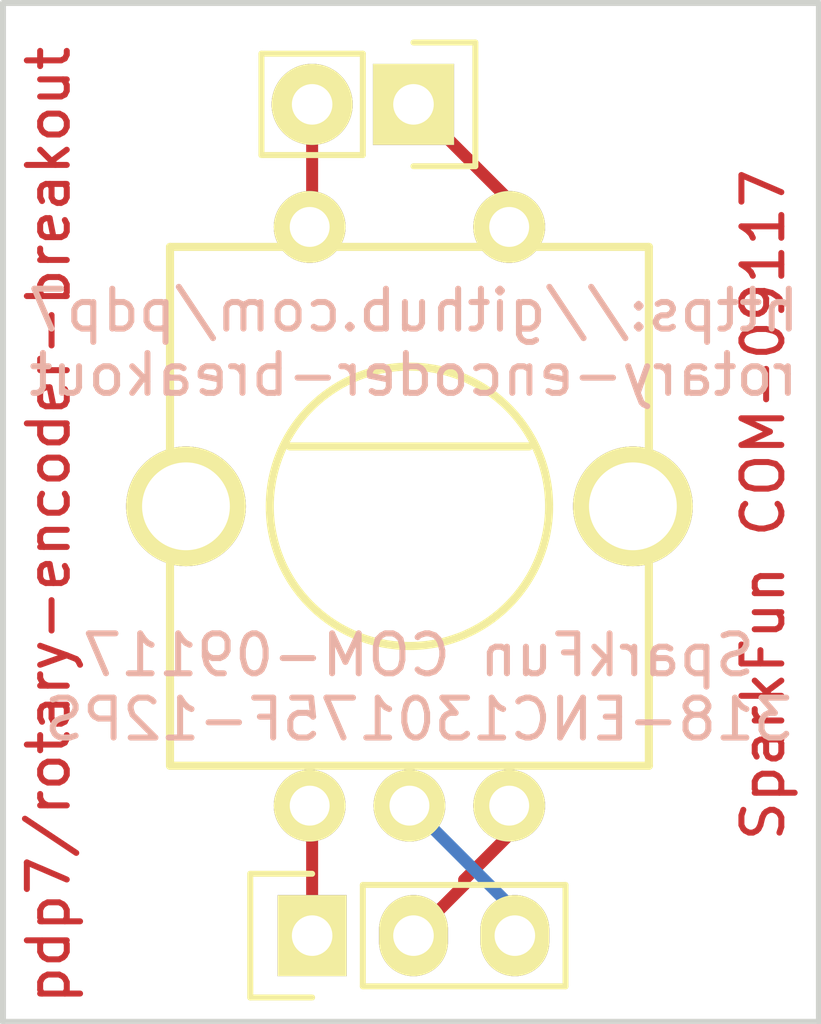
<source format=kicad_pcb>
(kicad_pcb (version 4) (host pcbnew 4.0.4-1.fc25-product)

  (general
    (links 5)
    (no_connects 0)
    (area -364.412 25.552285 235.861 119.714333)
    (thickness 1.6)
    (drawings 10)
    (tracks 15)
    (zones 0)
    (modules 3)
    (nets 6)
  )

  (page A4)
  (layers
    (0 F.Cu signal)
    (31 B.Cu signal)
    (32 B.Adhes user hide)
    (33 F.Adhes user hide)
    (34 B.Paste user hide)
    (35 F.Paste user hide)
    (36 B.SilkS user)
    (37 F.SilkS user)
    (38 B.Mask user)
    (39 F.Mask user)
    (40 Dwgs.User user hide)
    (41 Cmts.User user hide)
    (42 Eco1.User user hide)
    (43 Eco2.User user hide)
    (44 Edge.Cuts user)
    (45 Margin user hide)
    (46 B.CrtYd user hide)
    (47 F.CrtYd user hide)
    (48 B.Fab user hide)
    (49 F.Fab user hide)
  )

  (setup
    (last_trace_width 0.3)
    (trace_clearance 0.2)
    (zone_clearance 0.508)
    (zone_45_only no)
    (trace_min 0.2)
    (segment_width 0.2)
    (edge_width 0.15)
    (via_size 0.6)
    (via_drill 0.4)
    (via_min_size 0.4)
    (via_min_drill 0.3)
    (uvia_size 0.3)
    (uvia_drill 0.1)
    (uvias_allowed no)
    (uvia_min_size 0.2)
    (uvia_min_drill 0.1)
    (pcb_text_width 0.3)
    (pcb_text_size 1.5 1.5)
    (mod_edge_width 0.15)
    (mod_text_size 1 1)
    (mod_text_width 0.15)
    (pad_size 1.524 1.524)
    (pad_drill 0.762)
    (pad_to_mask_clearance 0.2)
    (aux_axis_origin 0 0)
    (visible_elements FFFEFF7F)
    (pcbplotparams
      (layerselection 0x00030_80000001)
      (usegerberextensions false)
      (excludeedgelayer true)
      (linewidth 0.100000)
      (plotframeref false)
      (viasonmask false)
      (mode 1)
      (useauxorigin false)
      (hpglpennumber 1)
      (hpglpenspeed 20)
      (hpglpendiameter 15)
      (hpglpenoverlay 2)
      (psnegative false)
      (psa4output false)
      (plotreference true)
      (plotvalue true)
      (plotinvisibletext false)
      (padsonsilk false)
      (subtractmaskfromsilk false)
      (outputformat 1)
      (mirror false)
      (drillshape 1)
      (scaleselection 1)
      (outputdirectory ""))
  )

  (net 0 "")
  (net 1 "Net-(P4-Pad1)")
  (net 2 "Net-(P4-Pad2)")
  (net 3 "Net-(P5-Pad1)")
  (net 4 "Net-(P5-Pad2)")
  (net 5 "Net-(P5-Pad3)")

  (net_class Default "This is the default net class."
    (clearance 0.2)
    (trace_width 0.3)
    (via_dia 0.6)
    (via_drill 0.4)
    (uvia_dia 0.3)
    (uvia_drill 0.1)
    (add_net "Net-(P4-Pad1)")
    (add_net "Net-(P4-Pad2)")
    (add_net "Net-(P5-Pad1)")
    (add_net "Net-(P5-Pad2)")
    (add_net "Net-(P5-Pad3)")
  )

  (module Pin_Headers:Pin_Header_Straight_1x02 (layer F.Cu) (tedit 587E811E) (tstamp 587E7A2D)
    (at 189.992 93.853 270)
    (descr "Through hole pin header")
    (tags "pin header")
    (path /587E7945)
    (fp_text reference P4 (at 0 -5.1 270) (layer F.SilkS) hide
      (effects (font (size 1 1) (thickness 0.15)))
    )
    (fp_text value CONN_01X02 (at 0 -3.1 270) (layer F.Fab)
      (effects (font (size 1 1) (thickness 0.15)))
    )
    (fp_line (start 1.27 1.27) (end 1.27 3.81) (layer F.SilkS) (width 0.15))
    (fp_line (start 1.55 -1.55) (end 1.55 0) (layer F.SilkS) (width 0.15))
    (fp_line (start -1.75 -1.75) (end -1.75 4.3) (layer F.CrtYd) (width 0.05))
    (fp_line (start 1.75 -1.75) (end 1.75 4.3) (layer F.CrtYd) (width 0.05))
    (fp_line (start -1.75 -1.75) (end 1.75 -1.75) (layer F.CrtYd) (width 0.05))
    (fp_line (start -1.75 4.3) (end 1.75 4.3) (layer F.CrtYd) (width 0.05))
    (fp_line (start 1.27 1.27) (end -1.27 1.27) (layer F.SilkS) (width 0.15))
    (fp_line (start -1.55 0) (end -1.55 -1.55) (layer F.SilkS) (width 0.15))
    (fp_line (start -1.55 -1.55) (end 1.55 -1.55) (layer F.SilkS) (width 0.15))
    (fp_line (start -1.27 1.27) (end -1.27 3.81) (layer F.SilkS) (width 0.15))
    (fp_line (start -1.27 3.81) (end 1.27 3.81) (layer F.SilkS) (width 0.15))
    (pad 1 thru_hole rect (at 0 0 270) (size 2.032 2.032) (drill 1.016) (layers *.Cu *.Mask F.SilkS)
      (net 1 "Net-(P4-Pad1)"))
    (pad 2 thru_hole oval (at 0 2.54 270) (size 2.032 2.032) (drill 1.016) (layers *.Cu *.Mask F.SilkS)
      (net 2 "Net-(P4-Pad2)"))
    (model Pin_Headers.3dshapes/Pin_Header_Straight_1x02.wrl
      (at (xyz 0 -0.05 0))
      (scale (xyz 1 1 1))
      (rotate (xyz 0 0 90))
    )
  )

  (module Pin_Headers:Pin_Header_Straight_1x03 (layer F.Cu) (tedit 587E8123) (tstamp 587E7A34)
    (at 187.452 114.681 90)
    (descr "Through hole pin header")
    (tags "pin header")
    (path /587E787E)
    (fp_text reference P5 (at 0 -5.1 90) (layer F.SilkS) hide
      (effects (font (size 1 1) (thickness 0.15)))
    )
    (fp_text value CONN_01X03 (at 0 -3.1 90) (layer F.Fab)
      (effects (font (size 1 1) (thickness 0.15)))
    )
    (fp_line (start -1.75 -1.75) (end -1.75 6.85) (layer F.CrtYd) (width 0.05))
    (fp_line (start 1.75 -1.75) (end 1.75 6.85) (layer F.CrtYd) (width 0.05))
    (fp_line (start -1.75 -1.75) (end 1.75 -1.75) (layer F.CrtYd) (width 0.05))
    (fp_line (start -1.75 6.85) (end 1.75 6.85) (layer F.CrtYd) (width 0.05))
    (fp_line (start -1.27 1.27) (end -1.27 6.35) (layer F.SilkS) (width 0.15))
    (fp_line (start -1.27 6.35) (end 1.27 6.35) (layer F.SilkS) (width 0.15))
    (fp_line (start 1.27 6.35) (end 1.27 1.27) (layer F.SilkS) (width 0.15))
    (fp_line (start 1.55 -1.55) (end 1.55 0) (layer F.SilkS) (width 0.15))
    (fp_line (start 1.27 1.27) (end -1.27 1.27) (layer F.SilkS) (width 0.15))
    (fp_line (start -1.55 0) (end -1.55 -1.55) (layer F.SilkS) (width 0.15))
    (fp_line (start -1.55 -1.55) (end 1.55 -1.55) (layer F.SilkS) (width 0.15))
    (pad 1 thru_hole rect (at 0 0 90) (size 2.032 1.7272) (drill 1.016) (layers *.Cu *.Mask F.SilkS)
      (net 3 "Net-(P5-Pad1)"))
    (pad 2 thru_hole oval (at 0 2.54 90) (size 2.032 1.7272) (drill 1.016) (layers *.Cu *.Mask F.SilkS)
      (net 4 "Net-(P5-Pad2)"))
    (pad 3 thru_hole oval (at 0 5.08 90) (size 2.032 1.7272) (drill 1.016) (layers *.Cu *.Mask F.SilkS)
      (net 5 "Net-(P5-Pad3)"))
    (model Pin_Headers.3dshapes/Pin_Header_Straight_1x03.wrl
      (at (xyz 0 -0.1 0))
      (scale (xyz 1 1 1))
      (rotate (xyz 0 0 90))
    )
  )

  (module sparkfun:SF-ROTARY-ENCODER (layer F.Cu) (tedit 587E8133) (tstamp 587E7A45)
    (at 189.8904 103.9241)
    (path /587E774B)
    (fp_text reference ROT1 (at 0 9.5) (layer F.SilkS) hide
      (effects (font (size 0.762 0.762) (thickness 0.1524)))
    )
    (fp_text value ROTARY-ENCODER (at 0 0) (layer F.SilkS) hide
      (effects (font (size 0.762 0.762) (thickness 0.1524)))
    )
    (fp_line (start 3 -1.5) (end -3 -1.5) (layer F.SilkS) (width 0.2032))
    (fp_circle (center 0 0) (end 3.5 0) (layer F.SilkS) (width 0.2032))
    (fp_line (start 6 6.5) (end -6 6.5) (layer F.SilkS) (width 0.2032))
    (fp_line (start -6 6.5) (end -6 -6.5) (layer F.SilkS) (width 0.2032))
    (fp_line (start -6 -6.5) (end 6 -6.5) (layer F.SilkS) (width 0.2032))
    (fp_line (start 6 -6.5) (end 6 6.5) (layer F.SilkS) (width 0.2032))
    (pad 1 thru_hole circle (at -2.5 -7) (size 1.8 1.8) (drill 1) (layers *.Cu *.Mask F.SilkS)
      (net 2 "Net-(P4-Pad2)"))
    (pad 2 thru_hole circle (at -2.5 7.5) (size 1.8 1.8) (drill 1) (layers *.Cu *.Mask F.SilkS)
      (net 3 "Net-(P5-Pad1)"))
    (pad 3 thru_hole circle (at 0 7.5) (size 1.8 1.8) (drill 1) (layers *.Cu *.Mask F.SilkS)
      (net 5 "Net-(P5-Pad3)"))
    (pad 4 thru_hole circle (at 2.5 7.5) (size 1.8 1.8) (drill 1) (layers *.Cu *.Mask F.SilkS)
      (net 4 "Net-(P5-Pad2)"))
    (pad 5 thru_hole circle (at 2.5 -7) (size 1.8 1.8) (drill 1) (layers *.Cu *.Mask F.SilkS)
      (net 1 "Net-(P4-Pad1)"))
    (pad "" thru_hole circle (at 5.6 0) (size 3 3) (drill 2.2) (layers *.Cu *.Mask F.SilkS))
    (pad "" thru_hole circle (at -5.6 0) (size 3 3) (drill 2.2) (layers *.Cu *.Mask F.SilkS))
  )

  (gr_text "https://github.com/pdp7\nrotary-encoder-breakout\n" (at 189.992 99.822) (layer B.SilkS)
    (effects (font (size 1 1) (thickness 0.15)) (justify mirror))
  )
  (gr_text "SparkFun COM-09117\n318-ENC130175F-12PS" (at 190.119 108.458) (layer B.SilkS)
    (effects (font (size 1 1) (thickness 0.15)) (justify mirror))
  )
  (gr_line (start 179.705 116.84) (end 179.705 91.313) (angle 90) (layer Edge.Cuts) (width 0.15))
  (gr_line (start 200.152 116.84) (end 179.705 116.84) (angle 90) (layer Edge.Cuts) (width 0.15))
  (gr_line (start 200.152 91.313) (end 200.152 116.84) (angle 90) (layer Edge.Cuts) (width 0.15))
  (gr_line (start 179.705 91.313) (end 200.152 91.313) (angle 90) (layer Edge.Cuts) (width 0.15))
  (gr_text "SparkFun COM-09117\n" (at 198.755 103.886 90) (layer F.Mask)
    (effects (font (size 1 1) (thickness 0.15)))
  )
  (gr_text "SparkFun COM-09117\n" (at 198.755 103.886 90) (layer F.Cu)
    (effects (font (size 1 1) (thickness 0.15)))
  )
  (gr_text "pdp7/rotary-encoder-breakout\n" (at 180.848 104.394 90) (layer F.Mask)
    (effects (font (size 1 1) (thickness 0.15)))
  )
  (gr_text "pdp7/rotary-encoder-breakout\n" (at 180.848 104.394 90) (layer F.Cu)
    (effects (font (size 1 1) (thickness 0.15)))
  )

  (segment (start 189.992 93.853) (end 192.405 96.266) (width 0.3) (layer F.Cu) (net 1) (status 80000))
  (segment (start 192.405 96.266) (end 192.405 96.901) (width 0.3) (layer F.Cu) (net 1) (status 80000))
  (segment (start 192.405 96.901) (end 192.3904 96.9241) (width 0.3) (layer F.Cu) (net 1) (tstamp 587E818F) (status 80000))
  (segment (start 187.452 93.853) (end 187.452 96.901) (width 0.3) (layer F.Cu) (net 2) (status 80000))
  (segment (start 187.452 96.901) (end 187.3904 96.9241) (width 0.3) (layer F.Cu) (net 2) (tstamp 587E818C) (status 80000))
  (segment (start 187.452 114.681) (end 187.452 111.379) (width 0.3) (layer F.Cu) (net 3) (status 80000))
  (segment (start 187.452 111.379) (end 187.3904 111.4241) (width 0.3) (layer F.Cu) (net 3) (tstamp 587E818D) (status 80000))
  (segment (start 189.992 114.681) (end 191.262 113.411) (width 0.3) (layer F.Cu) (net 4) (status 80000))
  (segment (start 191.262 113.411) (end 191.262 113.284) (width 0.3) (layer F.Cu) (net 4) (status 80000))
  (segment (start 191.262 113.284) (end 192.405 112.141) (width 0.3) (layer F.Cu) (net 4) (status 80000))
  (segment (start 192.405 112.141) (end 192.405 111.379) (width 0.3) (layer F.Cu) (net 4) (status 80000))
  (segment (start 192.405 111.379) (end 192.3904 111.4241) (width 0.3) (layer F.Cu) (net 4) (tstamp 587E818E) (status 80000))
  (segment (start 192.532 114.681) (end 192.532 114.046) (width 0.3) (layer B.Cu) (net 5) (status 80000))
  (segment (start 192.532 114.046) (end 189.865 111.379) (width 0.3) (layer B.Cu) (net 5) (status 80000))
  (segment (start 189.865 111.379) (end 189.8904 111.4241) (width 0.3) (layer B.Cu) (net 5) (tstamp 587E8190) (status 80000))

)

</source>
